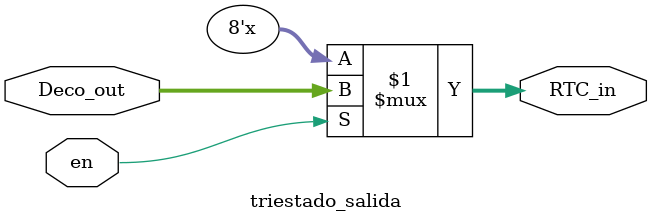
<source format=v>
`timescale 1ns / 1ps
module triestado_salida(
    input [7:0] Deco_out,
    input en,
    output [7:0] RTC_in
    );
	 
	 assign RTC_in = en ? Deco_out : 8'bz; 
		 
endmodule

</source>
